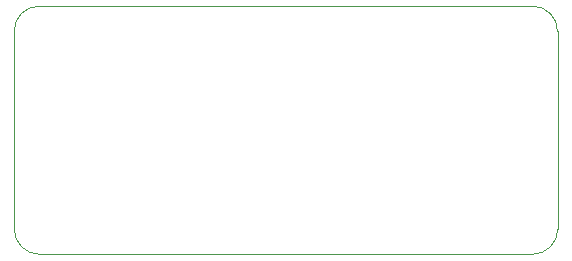
<source format=gbr>
%TF.GenerationSoftware,KiCad,Pcbnew,(6.0.5)*%
%TF.CreationDate,2022-07-08T10:28:12+08:00*%
%TF.ProjectId,dap_ch549f,6461705f-6368-4353-9439-662e6b696361,rev?*%
%TF.SameCoordinates,Original*%
%TF.FileFunction,Profile,NP*%
%FSLAX46Y46*%
G04 Gerber Fmt 4.6, Leading zero omitted, Abs format (unit mm)*
G04 Created by KiCad (PCBNEW (6.0.5)) date 2022-07-08 10:28:12*
%MOMM*%
%LPD*%
G01*
G04 APERTURE LIST*
%TA.AperFunction,Profile*%
%ADD10C,0.100000*%
%TD*%
G04 APERTURE END LIST*
D10*
X169130000Y-104570000D02*
G75*
G03*
X171250000Y-102450000I15800J2104200D01*
G01*
X171230000Y-85690000D02*
X171250000Y-102450000D01*
X127350000Y-83570000D02*
X169110000Y-83570000D01*
X127350000Y-83570000D02*
G75*
G03*
X125230000Y-85690000I-15800J-2104200D01*
G01*
X125240000Y-102450000D02*
G75*
G03*
X127360000Y-104570000I2104200J-15800D01*
G01*
X171230000Y-85690000D02*
G75*
G03*
X169110000Y-83570000I-2104200J15800D01*
G01*
X125240000Y-102450000D02*
X125230000Y-85690000D01*
X127360000Y-104570000D02*
X169130000Y-104570000D01*
M02*

</source>
